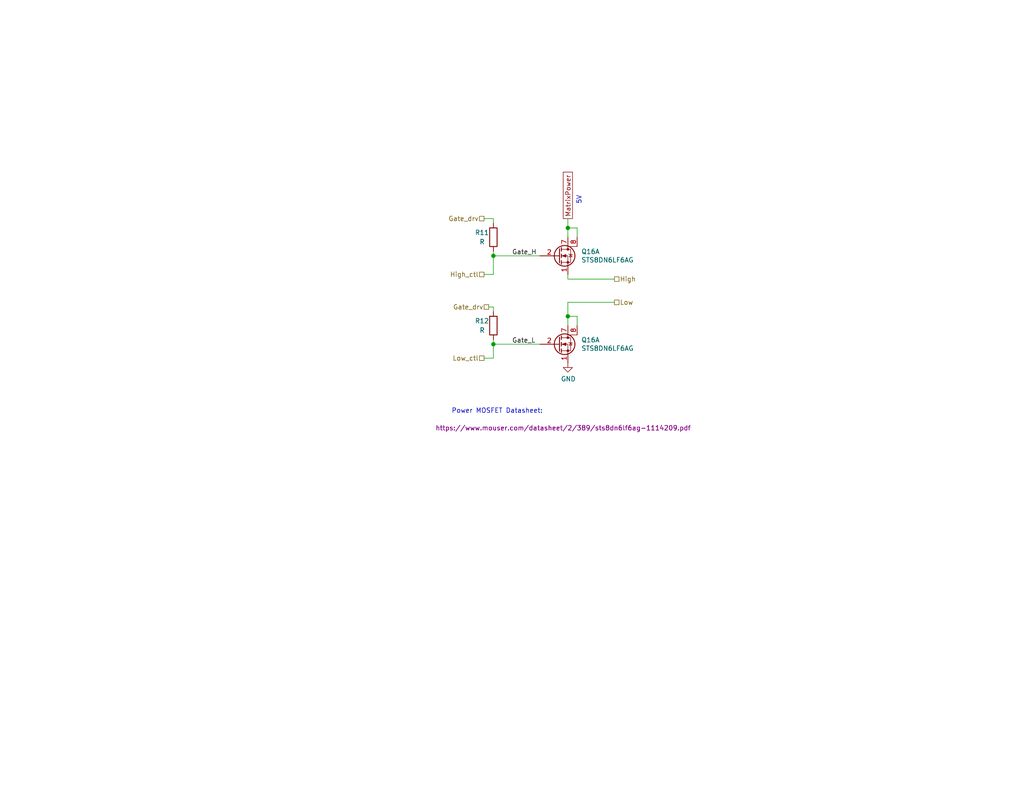
<source format=kicad_sch>
(kicad_sch (version 20201015) (generator eeschema)
  (page 0 14)
  (paper "A")
  (title_block (title "Flip Pixel Board") (date "2020-06-20"))
  (lib_symbols
    (symbol "Custom-Symbols:STS8DN6LF6AG" (pin_names (offset 1.016))
      (property "Reference" "Q" (at 7.62 1.27 0))
      (property "Value" "STS8DN6LF6AG" (at 11.43 -1.27 0))
      (symbol "STS8DN6LF6AG_1_1"
        (circle (center 0.381 0) (radius 2.8194) (stroke (width 0.254)))
        (circle (center 1.27 -1.778) (radius 0.2794) (fill (type outline)))
        (circle (center 1.27 1.778) (radius 0.2794) (fill (type outline)))
        (polyline (pts (xy -1.2192 0) (xy -1.016 0)))
        (polyline (pts (xy -0.508 -1.778) (xy 1.27 -1.778)))
        (polyline (pts (xy -0.508 -1.27) (xy -0.508 -2.286)) (stroke (width 0.254)))
        (polyline (pts (xy -0.508 0) (xy 1.27 0)))
        (polyline (pts (xy -0.508 0.508) (xy -0.508 -0.508)) (stroke (width 0.254)))
        (polyline (pts (xy -0.508 1.778) (xy 1.27 1.778)))
        (polyline (pts (xy -0.508 2.286) (xy -0.508 1.27)) (stroke (width 0.254)))
        (polyline (pts (xy 1.27 -1.778) (xy 1.27 -2.54)))
        (polyline (pts (xy 1.27 -1.778) (xy 1.27 0)))
        (polyline (pts (xy 1.27 2.54) (xy 1.27 1.778)))
        (polyline (pts (xy -1.016 1.905) (xy -1.016 -1.905) (xy -1.016 -1.905)) (stroke (width 0.254)))
        (polyline (pts (xy -0.254 0) (xy 0.762 0.381) (xy 0.762 -0.381) (xy -0.254 0)) (fill (type outline)))
        (polyline (pts (xy 1.27 -1.778) (xy 2.032 -1.778) (xy 2.032 1.778) (xy 1.27 1.778)))
        (polyline (pts (xy 1.524 0.508) (xy 1.651 0.381) (xy 2.413 0.381) (xy 2.54 0.254)))
        (polyline (pts (xy 2.032 0.381) (xy 1.651 -0.254) (xy 2.413 -0.254) (xy 2.032 0.381)))
        (pin passive line (at 1.27 -5.08 90) (length 2.54) (name "~") (number "1"))
        (pin input line (at -6.35 0 0) (length 5.08) (name "~") (number "2"))
        (pin passive line (at 1.27 5.08 270) (length 2.54) (name "~") (number "7"))
        (pin passive line (at 3.81 5.08 270) (length 2.54) (name "~") (number "8"))
      )
      (symbol "STS8DN6LF6AG_2_1"
        (circle (center 0.381 0) (radius 2.8194) (stroke (width 0.254)))
        (circle (center 1.27 -1.778) (radius 0.2794) (fill (type outline)))
        (circle (center 1.27 1.778) (radius 0.2794) (fill (type outline)))
        (polyline (pts (xy -1.2192 0) (xy -1.016 0)))
        (polyline (pts (xy -0.508 -1.778) (xy 1.27 -1.778)))
        (polyline (pts (xy -0.508 -1.27) (xy -0.508 -2.286)) (stroke (width 0.254)))
        (polyline (pts (xy -0.508 0) (xy 1.27 0)))
        (polyline (pts (xy -0.508 0.508) (xy -0.508 -0.508)) (stroke (width 0.254)))
        (polyline (pts (xy -0.508 1.778) (xy 1.27 1.778)))
        (polyline (pts (xy -0.508 2.286) (xy -0.508 1.27)) (stroke (width 0.254)))
        (polyline (pts (xy 1.27 -1.778) (xy 1.27 -2.54)))
        (polyline (pts (xy 1.27 -1.778) (xy 1.27 0)))
        (polyline (pts (xy 1.27 2.54) (xy 1.27 1.778)))
        (polyline (pts (xy -1.016 1.905) (xy -1.016 -1.905) (xy -1.016 -1.905)) (stroke (width 0.254)))
        (polyline (pts (xy -0.254 0) (xy 0.762 0.381) (xy 0.762 -0.381) (xy -0.254 0)) (fill (type outline)))
        (polyline (pts (xy 1.27 -1.778) (xy 2.032 -1.778) (xy 2.032 1.778) (xy 1.27 1.778)))
        (polyline (pts (xy 1.524 0.508) (xy 1.651 0.381) (xy 2.413 0.381) (xy 2.54 0.254)))
        (polyline (pts (xy 2.032 0.381) (xy 1.651 -0.254) (xy 2.413 -0.254) (xy 2.032 0.381)))
        (pin passive line (at 1.27 -5.08 90) (length 2.54) (name "~") (number "3"))
        (pin input line (at -6.35 0 0) (length 5.08) (name "~") (number "4"))
        (pin passive line (at 3.81 5.08 270) (length 2.54) (name "~") (number "5"))
        (pin passive line (at 1.27 5.08 270) (length 2.54) (name "~") (number "6"))
      )
      (symbol "STS8DN6LF6AG_0_1"
        (polyline (pts (xy 3.81 2.54) (xy 1.27 2.54)))
      )
    )
    (symbol "Device:R" (pin_numbers hide) (pin_names (offset 0))
      (property "Reference" "R" (at 2.032 0 90))
      (property "Value" "R" (at 0 0 90))
      (symbol "R_0_1"
        (rectangle (start -1.016 -2.54) (end 1.016 2.54) (stroke (width 0.254)))
      )
      (symbol "R_1_1"
        (pin passive line (at 0 3.81 270) (length 1.27) (name "~") (number "1"))
        (pin passive line (at 0 -3.81 90) (length 1.27) (name "~") (number "2"))
      )
    )
    (symbol "power:GND" (power) (pin_names (offset 0))
      (property "Value" "GND" (at 0 -3.81 0))
      (symbol "GND_0_1"
        (polyline (pts (xy 0 0) (xy 0 -1.27) (xy 1.27 -1.27) (xy 0 -2.54) (xy -1.27 -1.27) (xy 0 -1.27)))
      )
      (symbol "GND_1_1"
        (pin power_in line (at 0 0 270) (length 0) hide (name "GND") (number "1"))
      )
    )
  )
  (junction (at 134.62 69.85) (diameter 1.016))
  (junction (at 134.62 93.98) (diameter 1.016))
  (junction (at 154.94 62.23) (diameter 1.016))
  (junction (at 154.94 86.36) (diameter 1.016))
  (wire (pts (xy 132.08 59.69) (xy 134.62 59.69)))
  (wire (pts (xy 132.08 74.93) (xy 134.62 74.93)))
  (wire (pts (xy 132.08 97.79) (xy 134.62 97.79)))
  (wire (pts (xy 133.35 83.82) (xy 134.62 83.82)))
  (wire (pts (xy 134.62 59.69) (xy 134.62 60.96)))
  (wire (pts (xy 134.62 68.58) (xy 134.62 69.85)))
  (wire (pts (xy 134.62 69.85) (xy 147.32 69.85)))
  (wire (pts (xy 134.62 74.93) (xy 134.62 69.85)))
  (wire (pts (xy 134.62 83.82) (xy 134.62 85.09)))
  (wire (pts (xy 134.62 92.71) (xy 134.62 93.98)))
  (wire (pts (xy 134.62 93.98) (xy 134.62 97.79)))
  (wire (pts (xy 134.62 93.98) (xy 147.32 93.98)))
  (wire (pts (xy 154.94 59.69) (xy 154.94 62.23)))
  (wire (pts (xy 154.94 64.77) (xy 154.94 62.23)))
  (wire (pts (xy 154.94 76.2) (xy 154.94 74.93)))
  (wire (pts (xy 154.94 76.2) (xy 167.64 76.2)))
  (wire (pts (xy 154.94 82.55) (xy 167.64 82.55)))
  (wire (pts (xy 154.94 86.36) (xy 154.94 82.55)))
  (wire (pts (xy 154.94 88.9) (xy 154.94 86.36)))
  (wire (pts (xy 157.48 62.23) (xy 154.94 62.23)))
  (wire (pts (xy 157.48 64.77) (xy 157.48 62.23)))
  (wire (pts (xy 157.48 86.36) (xy 154.94 86.36)))
  (wire (pts (xy 157.48 88.9) (xy 157.48 86.36)))
  (text "Power MOSFET Datasheet:" (at 123.19 113.03 0) (effects (font (size 1.27 1.27)) (justify left bottom)))
  (text "5V" (at 158.75 55.88 90) (effects (font (size 1.27 1.27)) (justify left bottom)))
  (label "Gate_H" (at 139.7 69.85 0))
  (label "Gate_L" (at 139.7 93.98 0))
  (global_label "MatrixPower" (shape passive) (at 154.94 59.69 90))
  (hierarchical_label "Gate_drv" (shape passive) (at 132.08 59.69 180))
  (hierarchical_label "High_ctl" (shape passive) (at 132.08 74.93 180))
  (hierarchical_label "Low_ctl" (shape passive) (at 132.08 97.79 180))
  (hierarchical_label "Gate_drv" (shape passive) (at 133.35 83.82 180))
  (hierarchical_label "High" (shape passive) (at 167.64 76.2 0))
  (hierarchical_label "Low" (shape passive) (at 167.64 82.55 0))
  (symbol (lib_id "power:GND") (at 154.94 99.06 0)
    (property "Reference" "#PWR018" (effects hide))
    (property "Value" "GND" (at 155.067 103.4542 0))
  )
  (symbol (lib_id "Device:R") (at 134.62 64.77 0) (mirror y)
    (property "Reference" "R11" (at 129.54 63.5 0) (effects (justify right)))
    (property "Value" "R" (at 130.81 66.04 0) (effects (justify right)))
    (property "Footprint" "Resistor_SMD:R_0805_2012Metric" (effects hide))
  )
  (symbol (lib_id "Device:R") (at 134.62 88.9 0) (mirror y)
    (property "Reference" "R12" (at 129.54 87.63 0) (effects (justify right)))
    (property "Value" "R" (at 130.81 90.17 0) (effects (justify right)))
    (property "Footprint" "Resistor_SMD:R_0805_2012Metric" (effects hide))
  )
  (symbol (lib_id "Custom-Symbols:STS8DN6LF6AG") (at 153.67 69.85 0)
    (property "Reference" "Q16" (at 158.5976 68.6816 0) (effects (justify left)))
    (property "Value" "STS8DN6LF6AG" (at 158.5976 70.993 0) (effects (justify left)))
    (property "Footprint" "Custom-Footprints:SO-8_3.9x4.9mm_P1.27mm" (effects hide))
    (property "Datasheet" "https://www.mouser.com/datasheet/2/389/sts8dn6lf6ag-1114209.pdf" (at 153.67 116.84 0))
    (property "Spice_Primitive" "X" (effects hide))
    (property "Spice_Model" "STS8DN6LF6AG_Package" (effects hide))
    (property "Spice_Netlist_Enabled" "Y" (effects hide))
    (property "Spice_Lib_File" "C:\\Users\\winiarcc\\Desktop\\KiCad-Libraries\\SPICE_models\\sts8dn6lf6ag_spice\\Package.LIB" (effects hide))
    (property "Manufacturer" "STMicroelectronics" (effects hide))
    (property "Manufacturer Part" "STS8DN6LF6AG" (effects hide))
    (property "Vendor" "Digikey" (effects hide))
    (property "Vendor Part" "497-17309-1-ND" (effects hide))
  )
  (symbol (lib_id "Custom-Symbols:STS8DN6LF6AG") (at 153.67 93.98 0)
    (property "Reference" "Q16" (at 158.5976 92.8116 0) (effects (justify left)))
    (property "Value" "STS8DN6LF6AG" (at 158.5976 95.123 0) (effects (justify left)))
    (property "Footprint" "Custom-Footprints:SO-8_3.9x4.9mm_P1.27mm" (effects hide))
    (property "Datasheet" "https://www.mouser.com/datasheet/2/389/sts8dn6lf6ag-1114209.pdf" (effects hide))
    (property "Spice_Primitive" "X" (effects hide))
    (property "Spice_Model" "STS8DN6LF6AG_Package" (effects hide))
    (property "Spice_Netlist_Enabled" "Y" (effects hide))
    (property "Spice_Lib_File" "C:\\Users\\winiarcc\\Desktop\\KiCad-Libraries\\SPICE_models\\sts8dn6lf6ag_spice\\Package.LIB" (effects hide))
    (property "Manufacturer" "STMicroelectronics" (effects hide))
    (property "Manufacturer Part" "STS8DN6LF6AG" (effects hide))
    (property "Vendor" "Digikey" (effects hide))
    (property "Vendor Part" "497-17309-1-ND" (effects hide))
  )
)
</source>
